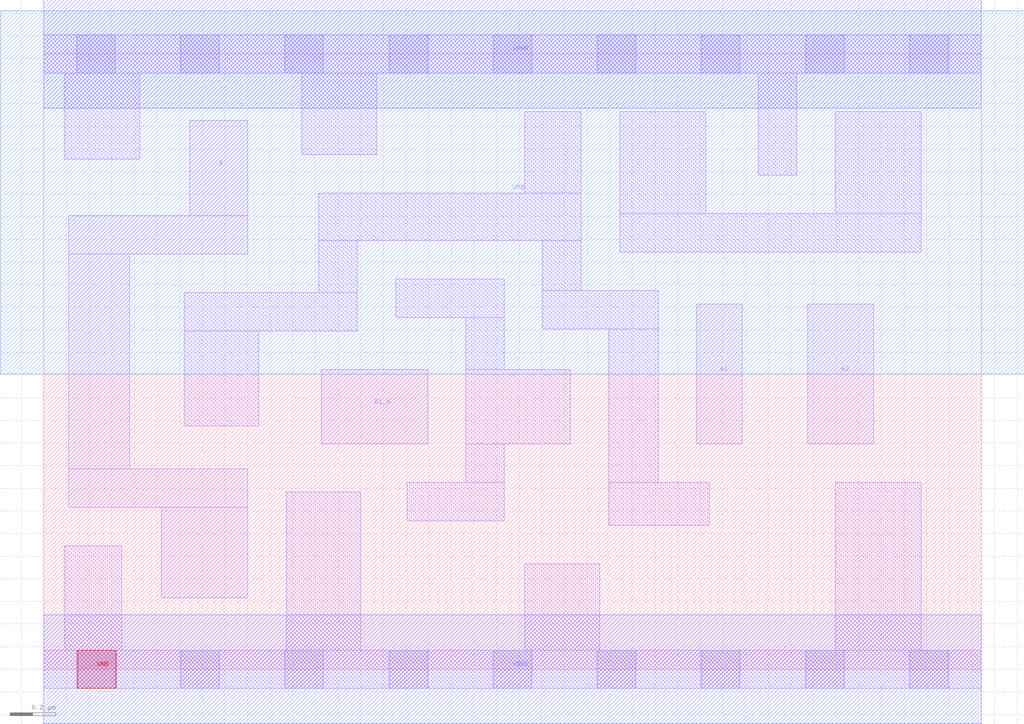
<source format=lef>
# Copyright 2020 The SkyWater PDK Authors
#
# Licensed under the Apache License, Version 2.0 (the "License");
# you may not use this file except in compliance with the License.
# You may obtain a copy of the License at
#
#     https://www.apache.org/licenses/LICENSE-2.0
#
# Unless required by applicable law or agreed to in writing, software
# distributed under the License is distributed on an "AS IS" BASIS,
# WITHOUT WARRANTIES OR CONDITIONS OF ANY KIND, either express or implied.
# See the License for the specific language governing permissions and
# limitations under the License.
#
# SPDX-License-Identifier: Apache-2.0

VERSION 5.7 ;
  NOWIREEXTENSIONATPIN ON ;
  DIVIDERCHAR "/" ;
  BUSBITCHARS "[]" ;
PROPERTYDEFINITIONS
  MACRO maskLayoutSubType STRING ;
  MACRO prCellType STRING ;
  MACRO originalViewName STRING ;
END PROPERTYDEFINITIONS
MACRO sky130_fd_sc_hdll__a21bo_2
  CLASS CORE ;
  FOREIGN sky130_fd_sc_hdll__a21bo_2 ;
  ORIGIN  0.000000  0.000000 ;
  SIZE  4.140000 BY  2.720000 ;
  SYMMETRY X Y R90 ;
  SITE unithd ;
  PIN A1
    ANTENNAGATEAREA  0.277500 ;
    DIRECTION INPUT ;
    USE SIGNAL ;
    PORT
      LAYER li1 ;
        RECT 2.885000 0.995000 3.085000 1.615000 ;
    END
  END A1
  PIN A2
    ANTENNAGATEAREA  0.277500 ;
    DIRECTION INPUT ;
    USE SIGNAL ;
    PORT
      LAYER li1 ;
        RECT 3.375000 0.995000 3.665000 1.615000 ;
    END
  END A2
  PIN B1_N
    ANTENNAGATEAREA  0.138600 ;
    DIRECTION INPUT ;
    USE SIGNAL ;
    PORT
      LAYER li1 ;
        RECT 1.225000 0.995000 1.695000 1.325000 ;
    END
  END B1_N
  PIN VNB
    PORT
      LAYER pwell ;
        RECT 0.150000 -0.085000 0.320000 0.085000 ;
    END
  END VNB
  PIN VPB
    PORT
      LAYER nwell ;
        RECT -0.190000 1.305000 4.330000 2.910000 ;
    END
  END VPB
  PIN X
    ANTENNADIFFAREA  0.547000 ;
    DIRECTION OUTPUT ;
    USE SIGNAL ;
    PORT
      LAYER li1 ;
        RECT 0.110000 0.715000 0.900000 0.885000 ;
        RECT 0.110000 0.885000 0.380000 1.835000 ;
        RECT 0.110000 1.835000 0.900000 2.005000 ;
        RECT 0.520000 0.315000 0.900000 0.715000 ;
        RECT 0.645000 2.005000 0.900000 2.425000 ;
    END
  END X
  PIN VGND
    DIRECTION INOUT ;
    USE GROUND ;
    PORT
      LAYER met1 ;
        RECT 0.000000 -0.240000 4.140000 0.240000 ;
    END
  END VGND
  PIN VPWR
    DIRECTION INOUT ;
    USE POWER ;
    PORT
      LAYER met1 ;
        RECT 0.000000 2.480000 4.140000 2.960000 ;
    END
  END VPWR
  OBS
    LAYER li1 ;
      RECT 0.000000 -0.085000 4.140000 0.085000 ;
      RECT 0.000000  2.635000 4.140000 2.805000 ;
      RECT 0.090000  0.085000 0.345000 0.545000 ;
      RECT 0.090000  2.255000 0.425000 2.635000 ;
      RECT 0.620000  1.075000 0.950000 1.495000 ;
      RECT 0.620000  1.495000 1.385000 1.665000 ;
      RECT 1.070000  0.085000 1.400000 0.785000 ;
      RECT 1.140000  2.275000 1.470000 2.635000 ;
      RECT 1.215000  1.665000 1.385000 1.895000 ;
      RECT 1.215000  1.895000 2.375000 2.105000 ;
      RECT 1.555000  1.555000 2.035000 1.725000 ;
      RECT 1.605000  0.655000 2.035000 0.825000 ;
      RECT 1.865000  0.825000 2.035000 0.995000 ;
      RECT 1.865000  0.995000 2.325000 1.325000 ;
      RECT 1.865000  1.325000 2.035000 1.555000 ;
      RECT 2.125000  0.085000 2.455000 0.465000 ;
      RECT 2.125000  2.105000 2.375000 2.465000 ;
      RECT 2.205000  1.505000 2.715000 1.675000 ;
      RECT 2.205000  1.675000 2.375000 1.895000 ;
      RECT 2.495000  0.635000 2.940000 0.825000 ;
      RECT 2.495000  0.825000 2.715000 1.505000 ;
      RECT 2.545000  1.845000 3.875000 2.015000 ;
      RECT 2.545000  2.015000 2.925000 2.465000 ;
      RECT 3.155000  2.185000 3.325000 2.635000 ;
      RECT 3.495000  0.085000 3.875000 0.825000 ;
      RECT 3.495000  2.015000 3.875000 2.465000 ;
    LAYER mcon ;
      RECT 0.145000 -0.085000 0.315000 0.085000 ;
      RECT 0.145000  2.635000 0.315000 2.805000 ;
      RECT 0.605000 -0.085000 0.775000 0.085000 ;
      RECT 0.605000  2.635000 0.775000 2.805000 ;
      RECT 1.065000 -0.085000 1.235000 0.085000 ;
      RECT 1.065000  2.635000 1.235000 2.805000 ;
      RECT 1.525000 -0.085000 1.695000 0.085000 ;
      RECT 1.525000  2.635000 1.695000 2.805000 ;
      RECT 1.985000 -0.085000 2.155000 0.085000 ;
      RECT 1.985000  2.635000 2.155000 2.805000 ;
      RECT 2.445000 -0.085000 2.615000 0.085000 ;
      RECT 2.445000  2.635000 2.615000 2.805000 ;
      RECT 2.905000 -0.085000 3.075000 0.085000 ;
      RECT 2.905000  2.635000 3.075000 2.805000 ;
      RECT 3.365000 -0.085000 3.535000 0.085000 ;
      RECT 3.365000  2.635000 3.535000 2.805000 ;
      RECT 3.825000 -0.085000 3.995000 0.085000 ;
      RECT 3.825000  2.635000 3.995000 2.805000 ;
  END
  PROPERTY maskLayoutSubType "abstract" ;
  PROPERTY prCellType "standard" ;
  PROPERTY originalViewName "layout" ;
END sky130_fd_sc_hdll__a21bo_2
END LIBRARY

</source>
